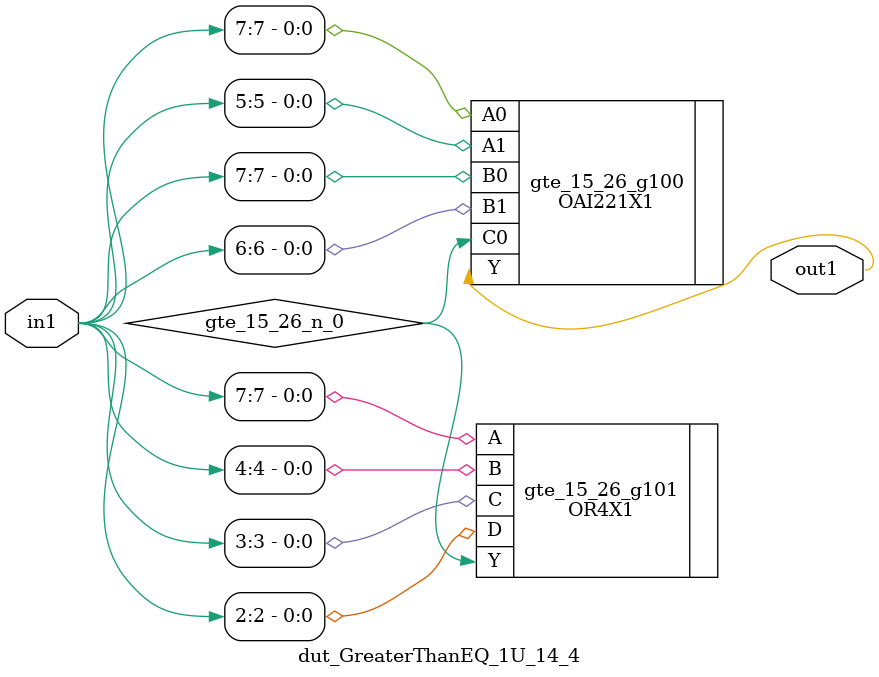
<source format=v>
`timescale 1ps / 1ps


module dut_GreaterThanEQ_1U_14_4(in1, out1);
  input [7:0] in1;
  output out1;
  wire [7:0] in1;
  wire out1;
  wire gte_15_26_n_0;
  OAI221X1 gte_15_26_g100(.A0 (in1[7]), .A1 (in1[5]), .B0 (in1[7]), .B1
       (in1[6]), .C0 (gte_15_26_n_0), .Y (out1));
  OR4X1 gte_15_26_g101(.A (in1[7]), .B (in1[4]), .C (in1[3]), .D
       (in1[2]), .Y (gte_15_26_n_0));
endmodule



</source>
